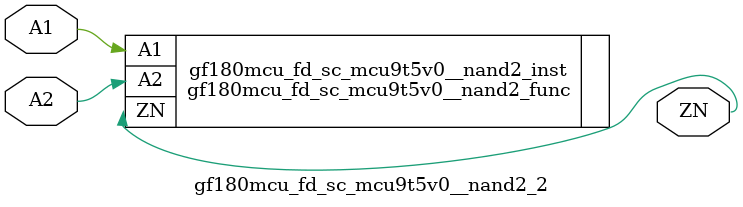
<source format=v>

`ifndef GF180MCU_FD_SC_MCU9T5V0__NAND2_2_V
`define GF180MCU_FD_SC_MCU9T5V0__NAND2_2_V

`include "gf180mcu_fd_sc_mcu9t5v0__nand2.v"

`ifdef USE_POWER_PINS
module gf180mcu_fd_sc_mcu9t5v0__nand2_2( A2, ZN, A1, VDD, VSS );
inout VDD, VSS;
`else // If not USE_POWER_PINS
module gf180mcu_fd_sc_mcu9t5v0__nand2_2( A2, ZN, A1 );
`endif // If not USE_POWER_PINS
input A1, A2;
output ZN;

`ifdef USE_POWER_PINS
  gf180mcu_fd_sc_mcu9t5v0__nand2_func gf180mcu_fd_sc_mcu9t5v0__nand2_inst(.A2(A2),.ZN(ZN),.A1(A1),.VDD(VDD),.VSS(VSS));
`else // If not USE_POWER_PINS
  gf180mcu_fd_sc_mcu9t5v0__nand2_func gf180mcu_fd_sc_mcu9t5v0__nand2_inst(.A2(A2),.ZN(ZN),.A1(A1));
`endif // If not USE_POWER_PINS

`ifndef FUNCTIONAL
	// spec_gates_begin


	// spec_gates_end



   specify

	// specify_block_begin

	// comb arc A1 --> ZN
	 (A1 => ZN) = (1.0,1.0);

	// comb arc A2 --> ZN
	 (A2 => ZN) = (1.0,1.0);

	// specify_block_end

   endspecify

   `endif

endmodule
`endif // GF180MCU_FD_SC_MCU9T5V0__NAND2_2_V

</source>
